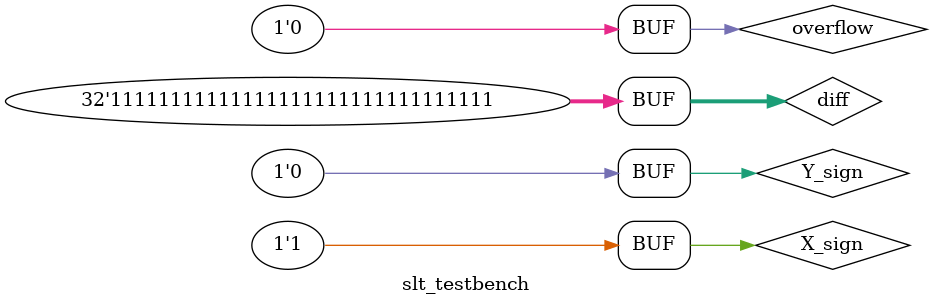
<source format=v>
`timescale 1ns / 1ps


module slt_testbench;

	// Inputs
	reg X_sign;
	reg Y_sign;
	reg [31:0] diff;
	reg overflow;

	// Outputs
	wire [31:0] Z;

	// Instantiate the Unit Under Test (UUT)
	slt uut (
		.X_sign(X_sign), 
		.Y_sign(Y_sign), 
		.diff(diff), 
		.overflow(overflow), 
		.Z(Z)
	);

	initial begin
		// Initialize Inputs
		X_sign = 1;
		Y_sign = 0;
		diff = -1;
		overflow = 0;

		// Wait 100 ns for global reset to finish
		#100;
        
		// Add stimulus here

	end
      
endmodule


</source>
